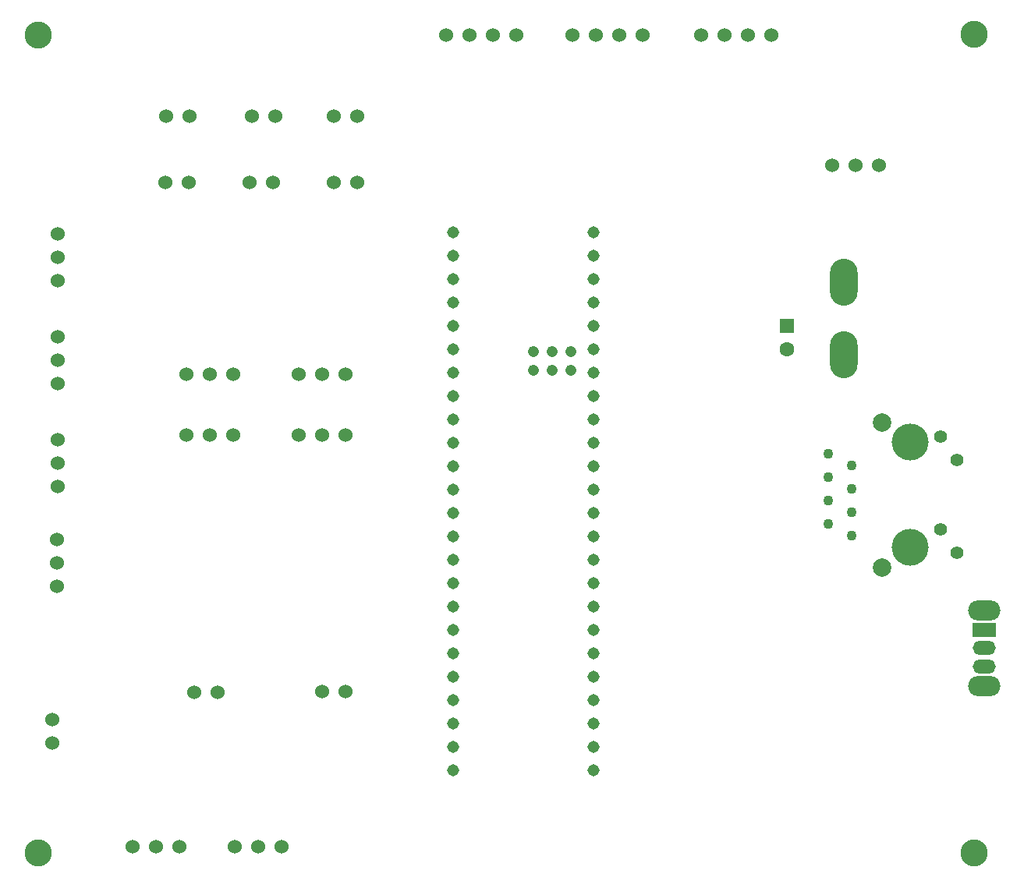
<source format=gbr>
%TF.GenerationSoftware,KiCad,Pcbnew,7.0.7*%
%TF.CreationDate,2023-11-08T18:52:28-06:00*%
%TF.ProjectId,Science_Actuation,53636965-6e63-4655-9f41-637475617469,rev?*%
%TF.SameCoordinates,Original*%
%TF.FileFunction,Soldermask,Bot*%
%TF.FilePolarity,Negative*%
%FSLAX46Y46*%
G04 Gerber Fmt 4.6, Leading zero omitted, Abs format (unit mm)*
G04 Created by KiCad (PCBNEW 7.0.7) date 2023-11-08 18:52:28*
%MOMM*%
%LPD*%
G01*
G04 APERTURE LIST*
%ADD10C,1.524000*%
%ADD11O,3.000000X5.100000*%
%ADD12O,3.500000X2.200000*%
%ADD13R,2.500000X1.500000*%
%ADD14O,2.500000X1.500000*%
%ADD15C,1.100000*%
%ADD16C,1.400000*%
%ADD17C,4.000000*%
%ADD18C,2.000000*%
%ADD19R,1.600000X1.600000*%
%ADD20C,1.600000*%
%ADD21C,2.946400*%
%ADD22C,1.308000*%
%ADD23C,1.208000*%
G04 APERTURE END LIST*
D10*
%TO.C,QuadEncode1*%
X93617422Y-21844000D03*
X96157422Y-21844000D03*
X98697422Y-21844000D03*
X101237422Y-21844000D03*
X101237422Y-21844000D03*
%TD*%
%TO.C,U2*%
X112921422Y-35941000D03*
X110381422Y-35941000D03*
X107841422Y-35941000D03*
%TD*%
%TO.C,Conn13*%
X38626422Y-93218000D03*
X41166422Y-93218000D03*
%TD*%
%TO.C,Conn17*%
X42817422Y-65278000D03*
X40277422Y-65278000D03*
X37737422Y-65278000D03*
%TD*%
%TO.C,Conn15*%
X23767422Y-59690000D03*
X23767422Y-57150000D03*
X23767422Y-54610000D03*
%TD*%
D11*
%TO.C,Conn1*%
X109157800Y-48641000D03*
X109157800Y-56515000D03*
%TD*%
D12*
%TO.C,SW10*%
X124351422Y-84292000D03*
X124351422Y-92492000D03*
D13*
X124351422Y-86392000D03*
D14*
X124351422Y-88392000D03*
X124351422Y-90392000D03*
%TD*%
D15*
%TO.C,J4*%
X109982000Y-76175000D03*
X107442000Y-74905000D03*
X109982000Y-73635000D03*
X107442000Y-72365000D03*
X109982000Y-71095000D03*
X107442000Y-69825000D03*
X109982000Y-68555000D03*
X107442000Y-67285000D03*
D16*
X121412000Y-78055000D03*
X119622000Y-75515000D03*
X121412000Y-67945000D03*
X119622000Y-65405000D03*
D17*
X116332000Y-77445000D03*
X116332000Y-66015000D03*
D18*
X113282000Y-79605000D03*
X113282000Y-63855000D03*
%TD*%
D10*
%TO.C,Conn8*%
X37991422Y-37846000D03*
X35451422Y-37846000D03*
%TD*%
%TO.C,Conn7*%
X47135422Y-37846000D03*
X44595422Y-37846000D03*
%TD*%
%TO.C,Conn4*%
X44912922Y-30607000D03*
X47452922Y-30607000D03*
%TD*%
%TO.C,QuadEncode3*%
X65931422Y-21844000D03*
X68471422Y-21844000D03*
X71011422Y-21844000D03*
X73551422Y-21844000D03*
X73551422Y-21844000D03*
%TD*%
%TO.C,QuadEncode2*%
X79647422Y-21844000D03*
X82187422Y-21844000D03*
X84727422Y-21844000D03*
X87267422Y-21844000D03*
X87267422Y-21844000D03*
%TD*%
%TO.C,Servo2*%
X48133000Y-109982000D03*
X45593000Y-109982000D03*
X43053000Y-109982000D03*
%TD*%
%TO.C,Conn10*%
X37737422Y-58674000D03*
X40277422Y-58674000D03*
X42817422Y-58674000D03*
%TD*%
D19*
%TO.C,C1*%
X102997000Y-53427621D03*
D20*
X102997000Y-55927621D03*
%TD*%
D10*
%TO.C,Conn14*%
X23767422Y-48514000D03*
X23767422Y-45974000D03*
X23767422Y-43434000D03*
%TD*%
%TO.C,Conn3*%
X35578422Y-30607000D03*
X38118422Y-30607000D03*
%TD*%
%TO.C,Conn16*%
X23767422Y-70866000D03*
X23767422Y-68326000D03*
X23767422Y-65786000D03*
%TD*%
%TO.C,Conn18*%
X23749000Y-81661000D03*
X23749000Y-79121000D03*
X23749000Y-76581000D03*
%TD*%
D21*
%TO.C,H4*%
X21664302Y-110672880D03*
%TD*%
D10*
%TO.C,Conn12*%
X52532922Y-93091000D03*
X55072922Y-93091000D03*
%TD*%
%TO.C,Conn5*%
X53802922Y-30607000D03*
X56342922Y-30607000D03*
%TD*%
D22*
%TO.C,U1*%
X66693422Y-45786656D03*
X66693422Y-48326656D03*
X66693422Y-50866656D03*
X66693422Y-53406656D03*
X66693422Y-78806656D03*
X81933422Y-48326656D03*
X66693422Y-55946656D03*
X66693422Y-58486656D03*
X66693422Y-61026656D03*
X66693422Y-63566656D03*
X66693422Y-66106656D03*
X66693422Y-68646656D03*
X66693422Y-71186656D03*
X66693422Y-73726656D03*
X66693422Y-76266656D03*
X81933422Y-76266656D03*
X81933422Y-73726656D03*
X81933422Y-71186656D03*
X81933422Y-68646656D03*
X81933422Y-66106656D03*
X81933422Y-63566656D03*
X81933422Y-61026656D03*
X81933422Y-58486656D03*
X81933422Y-55946656D03*
X81933422Y-53406656D03*
X81933422Y-50866656D03*
X66693422Y-81346656D03*
X66693422Y-83886656D03*
X66693422Y-86426656D03*
X66693422Y-88966656D03*
X66693422Y-91506656D03*
X66693422Y-94046656D03*
X66693422Y-96586656D03*
X66693422Y-99126656D03*
X66693422Y-101666656D03*
X81933422Y-101666656D03*
X81933422Y-99126656D03*
X81933422Y-96586656D03*
X81933422Y-94046656D03*
X81933422Y-91506656D03*
X81933422Y-88966656D03*
X81933422Y-86426656D03*
X81933422Y-83886656D03*
X81933422Y-81346656D03*
X66693422Y-43246656D03*
X81933422Y-78806656D03*
X81933422Y-45786656D03*
D23*
X77483422Y-58216656D03*
X77483422Y-56216656D03*
X79483422Y-56216656D03*
X79483422Y-58216656D03*
X75483422Y-58216656D03*
X75483422Y-56216656D03*
D22*
X81933422Y-43246656D03*
%TD*%
D10*
%TO.C,Servo1*%
X36975422Y-109982000D03*
X34435422Y-109982000D03*
X31895422Y-109982000D03*
%TD*%
%TO.C,Conn9*%
X55009422Y-65278000D03*
X52469422Y-65278000D03*
X49929422Y-65278000D03*
%TD*%
%TO.C,Conn11*%
X49929422Y-58674000D03*
X52469422Y-58674000D03*
X55009422Y-58674000D03*
%TD*%
D21*
%TO.C,H2*%
X123264302Y-21772880D03*
%TD*%
%TO.C,H3*%
X123264302Y-110672880D03*
%TD*%
%TO.C,H1*%
X21670522Y-21779100D03*
%TD*%
D10*
%TO.C,Conn6*%
X56279422Y-37846000D03*
X53739422Y-37846000D03*
%TD*%
%TO.C,Conn2*%
X23241000Y-96139000D03*
X23241000Y-98679000D03*
%TD*%
M02*

</source>
